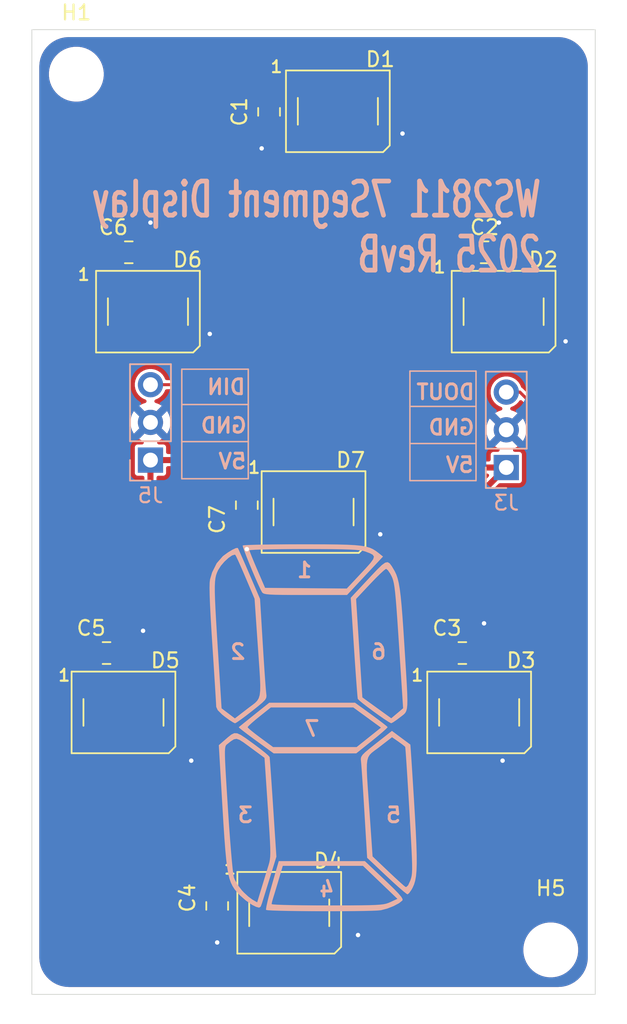
<source format=kicad_pcb>
(kicad_pcb (version 20241229) (generator "pcbnew") (generator_version "9.0")
  (layers (0 "F.Cu" signal) (2 "B.Cu" signal) (13 "F.Paste" user) (15 "B.Paste" user) (5 "F.SilkS" user "F.Silkscreen") (7 "B.SilkS" user "B.Silkscreen") (1 "F.Mask" user) (3 "B.Mask" user) (25 "Edge.Cuts" user))
  (net 0 "")
  (net 1 "GND")
  (net 2 "+5V")
  (net 3 "Net-(D1-DOUT)")
  (net 4 "Net-(D2-DOUT)")
  (net 5 "Net-(D3-DOUT)")
  (net 6 "Net-(D4-DOUT)")
  (net 7 "Net-(D5-DOUT)")
  (net 8 "Net-(D6-DOUT)")
  (net 9 "Net-(D1-DIN)")
  (net 10 "Net-(D7-DOUT)")
  (footprint "MountingHole:MountingHole_3.2mm_M3" (layer "F.Cu") (at 75 139.5)
    (property "Reference" "H5" (at 0 -4.15 0) (layer "F.SilkS"))
    (property "Value" "MountingHole")
    (pad "" np_thru_hole circle (at 0 0) (size 3.2 3.2) (drill 3.2) (layers "*.Cu" "*.Mask"))
  )
  (footprint "LED_SMD:LED_WS2812B_PLCC4_5.0x5.0mm_P3.2mm" (layer "F.Cu") (at 71.82 96.5)
    (property "Reference" "D2" (at 2.68 -3.5 0) (layer "F.SilkS"))
    (property "Value" "WS2812B")
    (fp_line (start -3.5 -2.75) (end -3.5 2.75) (stroke (width 0.12)) (layer "F.SilkS"))
    (fp_line (start -3.5 -2.75) (end 3.5 -2.75) (stroke (width 0.12)) (layer "F.SilkS"))
    (fp_line (start -3.5 2.75) (end 3.05 2.75) (stroke (width 0.12)) (layer "F.SilkS"))
    (fp_line (start -2.7 0.9) (end -2.7 -0.9) (stroke (width 0.12)) (layer "F.SilkS"))
    (fp_line (start 2.7 0.9) (end 2.7 -0.9) (stroke (width 0.12)) (layer "F.SilkS"))
    (fp_line (start 3.05 2.75) (end 3.5 2.3) (stroke (width 0.12)) (layer "F.SilkS"))
    (fp_line (start 3.5 2.3) (end 3.5 -2.75) (stroke (width 0.12)) (layer "F.SilkS"))
    (fp_text user "1" (at -4.32 -3 0) (layer "F.SilkS") (effects (font (size 0.8 0.8))))
    (pad "1" smd roundrect (at -2.45 -1.65) (size 1.5 0.9) (layers "F.Cu" "F.Mask" "F.Paste") (roundrect_rratio 0.1) (net 2 "+5V"))
    (pad "2" smd roundrect (at -2.45 1.65) (size 1.5 0.9) (layers "F.Cu" "F.Mask" "F.Paste") (roundrect_rratio 0.1) (net 4 "Net-(D2-DOUT)"))
    (pad "3" smd roundrect (at 2.45 1.65) (size 1.5 0.9) (layers "F.Cu" "F.Mask" "F.Paste") (roundrect_rratio 0.1) (net 1 "GND"))
    (pad "4" smd roundrect (at 2.45 -1.65) (size 1.5 0.9) (layers "F.Cu" "F.Mask" "F.Paste") (roundrect_rratio 0.1) (net 3 "Net-(D1-DOUT)"))
  )
  (footprint "LED_SMD:LED_WS2812B_PLCC4_5.0x5.0mm_P3.2mm" (layer "F.Cu") (at 57.36 137)
    (property "Reference" "D4" (at 2.64 -3.5 0) (layer "F.SilkS"))
    (property "Value" "WS2812B")
    (fp_line (start -3.5 -2.75) (end -3.5 2.75) (stroke (width 0.12)) (layer "F.SilkS"))
    (fp_line (start -3.5 -2.75) (end 3.5 -2.75) (stroke (width 0.12)) (layer "F.SilkS"))
    (fp_line (start -3.5 2.75) (end 3.05 2.75) (stroke (width 0.12)) (layer "F.SilkS"))
    (fp_line (start -2.7 0.9) (end -2.7 -0.9) (stroke (width 0.12)) (layer "F.SilkS"))
    (fp_line (start 2.7 0.9) (end 2.7 -0.9) (stroke (width 0.12)) (layer "F.SilkS"))
    (fp_line (start 3.05 2.75) (end 3.5 2.3) (stroke (width 0.12)) (layer "F.SilkS"))
    (fp_line (start 3.5 2.3) (end 3.5 -2.75) (stroke (width 0.12)) (layer "F.SilkS"))
    (fp_text user "1" (at -4 -3 0) (layer "F.SilkS") (effects (font (size 0.8 0.8))))
    (pad "1" smd roundrect (at -2.45 -1.65) (size 1.5 0.9) (layers "F.Cu" "F.Mask" "F.Paste") (roundrect_rratio 0.1) (net 2 "+5V"))
    (pad "2" smd roundrect (at -2.45 1.65) (size 1.5 0.9) (layers "F.Cu" "F.Mask" "F.Paste") (roundrect_rratio 0.1) (net 6 "Net-(D4-DOUT)"))
    (pad "3" smd roundrect (at 2.45 1.65) (size 1.5 0.9) (layers "F.Cu" "F.Mask" "F.Paste") (roundrect_rratio 0.1) (net 1 "GND"))
    (pad "4" smd roundrect (at 2.45 -1.65) (size 1.5 0.9) (layers "F.Cu" "F.Mask" "F.Paste") (roundrect_rratio 0.1) (net 5 "Net-(D3-DOUT)"))
  )
  (footprint "LED_SMD:LED_WS2812B_PLCC4_5.0x5.0mm_P3.2mm" (layer "F.Cu") (at 59 110)
    (property "Reference" "D7" (at 2.5 -3.5 0) (layer "F.SilkS"))
    (property "Value" "WS2812B")
    (fp_line (start -3.5 -2.75) (end -3.5 2.75) (stroke (width 0.12)) (layer "F.SilkS"))
    (fp_line (start -3.5 -2.75) (end 3.5 -2.75) (stroke (width 0.12)) (layer "F.SilkS"))
    (fp_line (start -3.5 2.75) (end 3.05 2.75) (stroke (width 0.12)) (layer "F.SilkS"))
    (fp_line (start -2.7 0.9) (end -2.7 -0.9) (stroke (width 0.12)) (layer "F.SilkS"))
    (fp_line (start 2.7 0.9) (end 2.7 -0.9) (stroke (width 0.12)) (layer "F.SilkS"))
    (fp_line (start 3.05 2.75) (end 3.5 2.3) (stroke (width 0.12)) (layer "F.SilkS"))
    (fp_line (start 3.5 2.3) (end 3.5 -2.75) (stroke (width 0.12)) (layer "F.SilkS"))
    (fp_text user "1" (at -4 -3 0) (layer "F.SilkS") (effects (font (size 0.8 0.8))))
    (pad "1" smd roundrect (at -2.45 -1.65) (size 1.5 0.9) (layers "F.Cu" "F.Mask" "F.Paste") (roundrect_rratio 0.1) (net 2 "+5V"))
    (pad "2" smd roundrect (at -2.45 1.65) (size 1.5 0.9) (layers "F.Cu" "F.Mask" "F.Paste") (roundrect_rratio 0.1) (net 10 "Net-(D7-DOUT)"))
    (pad "3" smd roundrect (at 2.45 1.65) (size 1.5 0.9) (layers "F.Cu" "F.Mask" "F.Paste") (roundrect_rratio 0.1) (net 1 "GND"))
    (pad "4" smd roundrect (at 2.45 -1.65) (size 1.5 0.9) (layers "F.Cu" "F.Mask" "F.Paste") (roundrect_rratio 0.1) (net 8 "Net-(D6-DOUT)"))
  )
  (footprint "Capacitor_SMD:C_0805_2012Metric_Pad1.18x1.45mm_HandSolder" (layer "F.Cu") (at 45.0375 119.5)
    (property "Reference" "C5" (at -1.0375 -1.68 0) (layer "F.SilkS"))
    (property "Value" "0.1uF" (hide yes))
    (fp_line (start -0.261252 -0.735) (end 0.261252 -0.735) (stroke (width 0.12)) (layer "F.SilkS"))
    (fp_line (start -0.261252 0.735) (end 0.261252 0.735) (stroke (width 0.12)) (layer "F.SilkS"))
    (pad "1" smd roundrect (at -1.0375 0) (size 1.175 1.45) (layers "F.Cu" "F.Mask" "F.Paste") (roundrect_rratio 0.212766) (net 2 "+5V"))
    (pad "2" smd roundrect (at 1.0375 0) (size 1.175 1.45) (layers "F.Cu" "F.Mask" "F.Paste") (roundrect_rratio 0.212766) (net 1 "GND"))
  )
  (footprint "LED_SMD:LED_WS2812B_PLCC4_5.0x5.0mm_P3.2mm" (layer "F.Cu") (at 47.83 96.5)
    (property "Reference" "D6" (at 2.67 -3.5 0) (layer "F.SilkS"))
    (property "Value" "WS2812B")
    (fp_line (start -3.5 -2.75) (end -3.5 2.75) (stroke (width 0.12)) (layer "F.SilkS"))
    (fp_line (start -3.5 -2.75) (end 3.5 -2.75) (stroke (width 0.12)) (layer "F.SilkS"))
    (fp_line (start -3.5 2.75) (end 3.05 2.75) (stroke (width 0.12)) (layer "F.SilkS"))
    (fp_line (start -2.7 0.9) (end -2.7 -0.9) (stroke (width 0.12)) (layer "F.SilkS"))
    (fp_line (start 2.7 0.9) (end 2.7 -0.9) (stroke (width 0.12)) (layer "F.SilkS"))
    (fp_line (start 3.05 2.75) (end 3.5 2.3) (stroke (width 0.12)) (layer "F.SilkS"))
    (fp_line (start 3.5 2.3) (end 3.5 -2.75) (stroke (width 0.12)) (layer "F.SilkS"))
    (fp_text user "1" (at -4.33 -2.5 0) (layer "F.SilkS") (effects (font (size 0.8 0.8))))
    (pad "1" smd roundrect (at -2.45 -1.65) (size 1.5 0.9) (layers "F.Cu" "F.Mask" "F.Paste") (roundrect_rratio 0.1) (net 2 "+5V"))
    (pad "2" smd roundrect (at -2.45 1.65) (size 1.5 0.9) (layers "F.Cu" "F.Mask" "F.Paste") (roundrect_rratio 0.1) (net 8 "Net-(D6-DOUT)"))
    (pad "3" smd roundrect (at 2.45 1.65) (size 1.5 0.9) (layers "F.Cu" "F.Mask" "F.Paste") (roundrect_rratio 0.1) (net 1 "GND"))
    (pad "4" smd roundrect (at 2.45 -1.65) (size 1.5 0.9) (layers "F.Cu" "F.Mask" "F.Paste") (roundrect_rratio 0.1) (net 7 "Net-(D5-DOUT)"))
  )
  (footprint "Capacitor_SMD:C_0805_2012Metric_Pad1.18x1.45mm_HandSolder" (layer "F.Cu") (at 70.5375 92.5)
    (property "Reference" "C2" (at 0 -1.68 0) (layer "F.SilkS"))
    (property "Value" "0.1uF" (hide yes))
    (fp_line (start -0.261252 -0.735) (end 0.261252 -0.735) (stroke (width 0.12)) (layer "F.SilkS"))
    (fp_line (start -0.261252 0.735) (end 0.261252 0.735) (stroke (width 0.12)) (layer "F.SilkS"))
    (pad "1" smd roundrect (at -1.0375 0) (size 1.175 1.45) (layers "F.Cu" "F.Mask" "F.Paste") (roundrect_rratio 0.212766) (net 2 "+5V"))
    (pad "2" smd roundrect (at 1.0375 0) (size 1.175 1.45) (layers "F.Cu" "F.Mask" "F.Paste") (roundrect_rratio 0.212766) (net 1 "GND"))
  )
  (footprint "Capacitor_SMD:C_0805_2012Metric_Pad1.18x1.45mm_HandSolder" (layer "F.Cu") (at 46.5375 92.5)
    (property "Reference" "C6" (at -1.0375 -1.68 0) (layer "F.SilkS"))
    (property "Value" "0.1uF" (hide yes))
    (fp_line (start -0.261252 -0.735) (end 0.261252 -0.735) (stroke (width 0.12)) (layer "F.SilkS"))
    (fp_line (start -0.261252 0.735) (end 0.261252 0.735) (stroke (width 0.12)) (layer "F.SilkS"))
    (pad "1" smd roundrect (at -1.0375 0) (size 1.175 1.45) (layers "F.Cu" "F.Mask" "F.Paste") (roundrect_rratio 0.212766) (net 2 "+5V"))
    (pad "2" smd roundrect (at 1.0375 0) (size 1.175 1.45) (layers "F.Cu" "F.Mask" "F.Paste") (roundrect_rratio 0.212766) (net 1 "GND"))
  )
  (footprint "Capacitor_SMD:C_0805_2012Metric_Pad1.18x1.45mm_HandSolder" (layer "F.Cu") (at 56 83.0375 -90)
    (property "Reference" "C1" (at 0 2 90) (layer "F.SilkS"))
    (property "Value" "0.1uF" (hide yes))
    (fp_line (start -0.261252 0.735) (end 0.261252 0.735) (stroke (width 0.12)) (layer "F.SilkS"))
    (fp_line (start -0.261252 -0.735) (end 0.261252 -0.735) (stroke (width 0.12)) (layer "F.SilkS"))
    (pad "1" smd roundrect (at -1.0375 0 270) (size 1.175 1.45) (layers "F.Cu" "F.Mask" "F.Paste") (roundrect_rratio 0.212766) (net 2 "+5V"))
    (pad "2" smd roundrect (at 1.0375 0 270) (size 1.175 1.45) (layers "F.Cu" "F.Mask" "F.Paste") (roundrect_rratio 0.212766) (net 1 "GND"))
  )
  (footprint "LED_SMD:LED_WS2812B_PLCC4_5.0x5.0mm_P3.2mm" (layer "F.Cu") (at 46.18 123.5)
    (property "Reference" "D5" (at 2.82 -3.5 0) (layer "F.SilkS"))
    (property "Value" "WS2812B")
    (fp_line (start -3.5 -2.75) (end -3.5 2.75) (stroke (width 0.12)) (layer "F.SilkS"))
    (fp_line (start -3.5 -2.75) (end 3.5 -2.75) (stroke (width 0.12)) (layer "F.SilkS"))
    (fp_line (start -3.5 2.75) (end 3.05 2.75) (stroke (width 0.12)) (layer "F.SilkS"))
    (fp_line (start -2.7 0.9) (end -2.7 -0.9) (stroke (width 0.12)) (layer "F.SilkS"))
    (fp_line (start 2.7 0.9) (end 2.7 -0.9) (stroke (width 0.12)) (layer "F.SilkS"))
    (fp_line (start 3.05 2.75) (end 3.5 2.3) (stroke (width 0.12)) (layer "F.SilkS"))
    (fp_line (start 3.5 2.3) (end 3.5 -2.75) (stroke (width 0.12)) (layer "F.SilkS"))
    (fp_text user "1" (at -4 -2.5 0) (layer "F.SilkS") (effects (font (size 0.8 0.8))))
    (pad "1" smd roundrect (at -2.45 -1.65) (size 1.5 0.9) (layers "F.Cu" "F.Mask" "F.Paste") (roundrect_rratio 0.1) (net 2 "+5V"))
    (pad "2" smd roundrect (at -2.45 1.65) (size 1.5 0.9) (layers "F.Cu" "F.Mask" "F.Paste") (roundrect_rratio 0.1) (net 7 "Net-(D5-DOUT)"))
    (pad "3" smd roundrect (at 2.45 1.65) (size 1.5 0.9) (layers "F.Cu" "F.Mask" "F.Paste") (roundrect_rratio 0.1) (net 1 "GND"))
    (pad "4" smd roundrect (at 2.45 -1.65) (size 1.5 0.9) (layers "F.Cu" "F.Mask" "F.Paste") (roundrect_rratio 0.1) (net 6 "Net-(D4-DOUT)"))
  )
  (footprint "LED_SMD:LED_WS2812B_PLCC4_5.0x5.0mm_P3.2mm" (layer "F.Cu") (at 60.64 83)
    (property "Reference" "D1" (at 2.86 -3.5 0) (layer "F.SilkS"))
    (property "Value" "WS2812B")
    (fp_line (start -3.5 -2.75) (end -3.5 2.75) (stroke (width 0.12)) (layer "F.SilkS"))
    (fp_line (start -3.5 -2.75) (end 3.5 -2.75) (stroke (width 0.12)) (layer "F.SilkS"))
    (fp_line (start -3.5 2.75) (end 3.05 2.75) (stroke (width 0.12)) (layer "F.SilkS"))
    (fp_line (start -2.7 0.9) (end -2.7 -0.9) (stroke (width 0.12)) (layer "F.SilkS"))
    (fp_line (start 2.7 0.9) (end 2.7 -0.9) (stroke (width 0.12)) (layer "F.SilkS"))
    (fp_line (start 3.05 2.75) (end 3.5 2.3) (stroke (width 0.12)) (layer "F.SilkS"))
    (fp_line (start 3.5 2.3) (end 3.5 -2.75) (stroke (width 0.12)) (layer "F.SilkS"))
    (fp_text user "1" (at -4.14 -3 0) (layer "F.SilkS") (effects (font (size 0.8 0.8))))
    (pad "1" smd roundrect (at -2.45 -1.65) (size 1.5 0.9) (layers "F.Cu" "F.Mask" "F.Paste") (roundrect_rratio 0.1) (net 2 "+5V"))
    (pad "2" smd roundrect (at -2.45 1.65) (size 1.5 0.9) (layers "F.Cu" "F.Mask" "F.Paste") (roundrect_rratio 0.1) (net 3 "Net-(D1-DOUT)"))
    (pad "3" smd roundrect (at 2.45 1.65) (size 1.5 0.9) (layers "F.Cu" "F.Mask" "F.Paste") (roundrect_rratio 0.1) (net 1 "GND"))
    (pad "4" smd roundrect (at 2.45 -1.65) (size 1.5 0.9) (layers "F.Cu" "F.Mask" "F.Paste") (roundrect_rratio 0.1) (net 9 "Net-(D1-DIN)"))
  )
  (footprint "Capacitor_SMD:C_0805_2012Metric_Pad1.18x1.45mm_HandSolder" (layer "F.Cu") (at 69.0375 119.5)
    (property "Reference" "C3" (at -1.0375 -1.68 0) (layer "F.SilkS"))
    (property "Value" "0.1uF" (hide yes))
    (fp_line (start -0.261252 -0.735) (end 0.261252 -0.735) (stroke (width 0.12)) (layer "F.SilkS"))
    (fp_line (start -0.261252 0.735) (end 0.261252 0.735) (stroke (width 0.12)) (layer "F.SilkS"))
    (pad "1" smd roundrect (at -1.0375 0) (size 1.175 1.45) (layers "F.Cu" "F.Mask" "F.Paste") (roundrect_rratio 0.212766) (net 2 "+5V"))
    (pad "2" smd roundrect (at 1.0375 0) (size 1.175 1.45) (layers "F.Cu" "F.Mask" "F.Paste") (roundrect_rratio 0.212766) (net 1 "GND"))
  )
  (footprint "LED_SMD:LED_WS2812B_PLCC4_5.0x5.0mm_P3.2mm" (layer "F.Cu") (at 70.17 123.5)
    (property "Reference" "D3" (at 2.83 -3.5 0) (layer "F.SilkS"))
    (property "Value" "WS2812B")
    (fp_line (start -3.5 -2.75) (end -3.5 2.75) (stroke (width 0.12)) (layer "F.SilkS"))
    (fp_line (start -3.5 -2.75) (end 3.5 -2.75) (stroke (width 0.12)) (layer "F.SilkS"))
    (fp_line (start -3.5 2.75) (end 3.05 2.75) (stroke (width 0.12)) (layer "F.SilkS"))
    (fp_line (start -2.7 0.9) (end -2.7 -0.9) (stroke (width 0.12)) (layer "F.SilkS"))
    (fp_line (start 2.7 0.9) (end 2.7 -0.9) (stroke (width 0.12)) (layer "F.SilkS"))
    (fp_line (start 3.05 2.75) (end 3.5 2.3) (stroke (width 0.12)) (layer "F.SilkS"))
    (fp_line (start 3.5 2.3) (end 3.5 -2.75) (stroke (width 0.12)) (layer "F.SilkS"))
    (fp_text user "1" (at -4.17 -2.5 0) (layer "F.SilkS") (effects (font (size 0.8 0.8))))
    (pad "1" smd roundrect (at -2.45 -1.65) (size 1.5 0.9) (layers "F.Cu" "F.Mask" "F.Paste") (roundrect_rratio 0.1) (net 2 "+5V"))
    (pad "2" smd roundrect (at -2.45 1.65) (size 1.5 0.9) (layers "F.Cu" "F.Mask" "F.Paste") (roundrect_rratio 0.1) (net 5 "Net-(D3-DOUT)"))
    (pad "3" smd roundrect (at 2.45 1.65) (size 1.5 0.9) (layers "F.Cu" "F.Mask" "F.Paste") (roundrect_rratio 0.1) (net 1 "GND"))
    (pad "4" smd roundrect (at 2.45 -1.65) (size 1.5 0.9) (layers "F.Cu" "F.Mask" "F.Paste") (roundrect_rratio 0.1) (net 4 "Net-(D2-DOUT)"))
  )
  (footprint "Capacitor_SMD:C_0805_2012Metric_Pad1.18x1.45mm_HandSolder" (layer "F.Cu") (at 52.5 136.5375 -90)
    (property "Reference" "C4" (at -0.5375 2 90) (layer "F.SilkS"))
    (property "Value" "0.1uF" (hide yes))
    (fp_line (start -0.261252 0.735) (end 0.261252 0.735) (stroke (width 0.12)) (layer "F.SilkS"))
    (fp_line (start -0.261252 -0.735) (end 0.261252 -0.735) (stroke (width 0.12)) (layer "F.SilkS"))
    (pad "1" smd roundrect (at -1.0375 0 270) (size 1.175 1.45) (layers "F.Cu" "F.Mask" "F.Paste") (roundrect_rratio 0.212766) (net 2 "+5V"))
    (pad "2" smd roundrect (at 1.0375 0 270) (size 1.175 1.45) (layers "F.Cu" "F.Mask" "F.Paste") (roundrect_rratio 0.212766) (net 1 "GND"))
  )
  (footprint "MountingHole:MountingHole_3.2mm_M3" (layer "F.Cu") (at 43 80.5)
    (property "Reference" "H1" (at 0 -4.15 0) (layer "F.SilkS"))
    (property "Value" "MountingHole")
    (pad "" np_thru_hole circle (at 0 0) (size 3.2 3.2) (drill 3.2) (layers "*.Cu" "*.Mask"))
  )
  (footprint "Capacitor_SMD:C_0805_2012Metric_Pad1.18x1.45mm_HandSolder" (layer "F.Cu") (at 54.5 109.5375 -90)
    (property "Reference" "C7" (at 0.9625 2 90) (layer "F.SilkS"))
    (property "Value" "0.1uF" (hide yes))
    (fp_line (start -0.261252 0.735) (end 0.261252 0.735) (stroke (width 0.12)) (layer "F.SilkS"))
    (fp_line (start -0.261252 -0.735) (end 0.261252 -0.735) (stroke (width 0.12)) (layer "F.SilkS"))
    (pad "1" smd roundrect (at -1.0375 0 270) (size 1.175 1.45) (layers "F.Cu" "F.Mask" "F.Paste") (roundrect_rratio 0.212766) (net 2 "+5V"))
    (pad "2" smd roundrect (at 1.0375 0 270) (size 1.175 1.45) (layers "F.Cu" "F.Mask" "F.Paste") (roundrect_rratio 0.212766) (net 1 "GND"))
  )
  (footprint "Connector_PinHeader_2.54mm:PinHeader_1x03_P2.54mm_Vertical" (layer "B.Cu") (at 48 106.5)
    (property "Reference" "J5" (at 0 2.38 0) (layer "B.SilkS") (effects (justify mirror)))
    (property "Value" "Conn_01x03")
    (fp_line (start -1.38 -6.46) (end 1.38 -6.46) (stroke (width 0.12)) (layer "B.SilkS"))
    (fp_line (start -1.38 -1.27) (end -1.38 -6.46) (stroke (width 0.12)) (layer "B.SilkS"))
    (fp_line (start -1.38 -1.27) (end 1.38 -1.27) (stroke (width 0.12)) (layer "B.SilkS"))
    (fp_line (start -1.38 0) (end -1.38 1.38) (stroke (width 0.12)) (layer "B.SilkS"))
    (fp_line (start -1.38 1.38) (end 0 1.38) (stroke (width 0.12)) (layer "B.SilkS"))
    (fp_line (start 1.38 -1.27) (end 1.38 -6.46) (stroke (width 0.12)) (layer "B.SilkS"))
    (pad "1" thru_hole rect (at 0 0) (size 1.7 1.7) (drill 1) (layers "*.Cu" "*.Mask") (net 2 "+5V"))
    (pad "2" thru_hole circle (at 0 -2.54) (size 1.7 1.7) (drill 1) (layers "*.Cu" "*.Mask") (net 1 "GND"))
    (pad "3" thru_hole circle (at 0 -5.08) (size 1.7 1.7) (drill 1) (layers "*.Cu" "*.Mask") (net 9 "Net-(D1-DIN)"))
  )
  (footprint "Connector_PinHeader_2.54mm:PinHeader_1x03_P2.54mm_Vertical" (layer "B.Cu") (at 72 107)
    (property "Reference" "J3" (at 0 2.38 0) (layer "B.SilkS") (effects (justify mirror)))
    (property "Value" "Conn_01x03")
    (fp_line (start -1.38 -6.46) (end 1.38 -6.46) (stroke (width 0.12)) (layer "B.SilkS"))
    (fp_line (start -1.38 -1.27) (end -1.38 -6.46) (stroke (width 0.12)) (layer "B.SilkS"))
    (fp_line (start -1.38 -1.27) (end 1.38 -1.27) (stroke (width 0.12)) (layer "B.SilkS"))
    (fp_line (start -1.38 0) (end -1.38 1.38) (stroke (width 0.12)) (layer "B.SilkS"))
    (fp_line (start -1.38 1.38) (end 0 1.38) (stroke (width 0.12)) (layer "B.SilkS"))
    (fp_line (start 1.38 -1.27) (end 1.38 -6.46) (stroke (width 0.12)) (layer "B.SilkS"))
    (pad "1" thru_hole rect (at 0 0) (size 1.7 1.7) (drill 1) (layers "*.Cu" "*.Mask") (net 2 "+5V"))
    (pad "2" thru_hole circle (at 0 -2.54) (size 1.7 1.7) (drill 1) (layers "*.Cu" "*.Mask") (net 1 "GND"))
    (pad "3" thru_hole circle (at 0 -5.08) (size 1.7 1.7) (drill 1) (layers "*.Cu" "*.Mask") (net 10 "Net-(D7-DOUT)"))
  )
  (footprint "Libraries:7segment-8" (layer "B.Cu") (at 59 124.5 180)
    (property "Reference" "G***" (hide yes))
    (property "Value" "LOGO" (hide yes))
    (fp_poly (pts (xy 0.095646 1.653787) (xy 2.988234 1.653372) (xy 4.0021 0.843757) (xy 4.395091 0.529483) (xy 4.722686 0.26665) (xy 4.951447 0.082145) (xy 5.047936 0.002856) (xy 5.048512 0.002311) (xy 4.979116 -0.067966) (xy 4.766227 -0.238951) (xy 4.440064 -0.48732) (xy 4.030843 -0.789746) (xy 3.885777 -0.895222) (xy 2.690495 -1.760924) (xy -0.095509 -1.760363) (xy -2.881514 -1.759803) (xy -3.94874 -0.90806) (xy -4.3481 -0.583399) (xy -4.676402 -0.305159) (xy -4.902783 -0.100345) (xy -4.96991 -0.025486) (xy -4.546645 -0.025486) (xy -3.726996 -0.67976) (xy -2.907348 -1.334034) (xy -0.089227 -1.334034) (xy 2.728894 -1.334034) (xy 3.586767 -0.704358) (xy 3.949384 -0.431075) (xy 4.236884 -0.20086) (xy 4.412076 -0.044277) (xy 4.44811 0.003546) (xy 4.371458 0.099736) (xy 4.162827 0.29338) (xy 3.859055 0.551314) (xy 3.666546 0.707154) (xy 2.881512 1.332534) (xy 0.100554 1.333284) (xy -2.680403 1.334034) (xy -3.613524 0.654274) (xy -4.546645 -0.025486) (xy -4.96991 -0.025486) (xy -4.996381 0.004034) (xy -4.997082 0.009288) (xy -4.908216 0.0933) (xy -4.679183 0.27538) (xy -4.343573 0.529636) (xy -3.934977 0.830174) (xy -3.887569 0.864548) (xy -2.796942 1.654202)) (fill yes) (layer "B.SilkS"))
    (fp_poly (pts (xy -0.557193 -9.018555) (xy 2.347898 -9.019043) (xy 2.811264 -10.627388) (xy 2.96532 -11.181592) (xy 3.088409 -11.662592) (xy 3.172009 -12.033809) (xy 3.2076 -12.258668) (xy 3.202722 -12.307782) (xy 3.07873 -12.328695) (xy 2.770779 -12.346915) (xy 2.30834 -12.362366) (xy 1.720883 -12.374972) (xy 1.03788 -12.384656) (xy 0.2888 -12.391341) (xy -0.496885 -12.394949) (xy -1.289706 -12.395405) (xy -2.060191 -12.392631) (xy -2.77887 -12.386551) (xy -3.416273 -12.377088) (xy -3.942928 -12.364165) (xy -4.329365 -12.347705) (xy -4.544205 -12.32797) (xy -4.966641 -12.21845) (xy -5.398894 -12.049359) (xy -5.767608 -11.854028) (xy -5.998249 -11.667254) (xy -6.006533 -11.579736) (xy -5.995297 -11.560029) (xy -5.656303 -11.560029) (xy -5.176051 -11.780822) (xy -5.039127 -11.839452) (xy -4.894236 -11.886713) (xy -4.717829 -11.923842) (xy -4.486353 -11.952079) (xy -4.17626 -11.972662) (xy -3.763996 -11.986831) (xy -3.226012 -11.995823) (xy -2.538757 -12.000878) (xy -1.678679 -12.003234) (xy -0.933824 -12.003959) (xy -0.061744 -12.002023) (xy 0.738841 -11.995472) (xy 1.443864 -11.984872) (xy 2.029261 -11.970788) (xy 2.470966 -11.953786) (xy 2.744916 -11.934433) (xy 2.82815 -11.915505) (xy 2.797902 -11.756875) (xy 2.728257 -11.515295) (xy 2.652721 -11.273062) (xy 2.537407 -10.893844) (xy 2.402861 -10.445401) (xy 2.351297 -10.272059) (xy 2.07423 -9.338235) (xy -0.629949 -9.338235) (xy -3.334129 -9.338235) (xy -4.495216 -10.449132) (xy -5.656303 -11.560029) (xy -5.995297 -11.560029) (xy -5.920674 -11.429143) (xy -5.725035 -11.197458) (xy -5.403977 -10.866661) (xy -4.941863 -10.418733) (xy -4.787377 -10.272059) (xy -3.462283 -9.018067)) (fill yes) (layer "B.SilkS"))
    (fp_poly (pts (xy 1.713523 12.324772) (xy 2.537258 12.318664) (xy 3.268046 12.309163) (xy 3.881924 12.296756) (xy 4.354932 12.281929) (xy 4.663108 12.265171) (xy 4.78249 12.246968) (xy 4.78289 12.246429) (xy 4.757431 12.129723) (xy 4.662276 11.858984) (xy 4.514445 11.475215) (xy 4.330957 11.019419) (xy 4.128831 10.5326) (xy 3.925085 10.055763) (xy 3.736738 9.629911) (xy 3.58081 9.296046) (xy 3.476157 9.098109) (xy 3.425404 9.041484) (xy 3.335633 8.99753) (xy 3.182079 8.964665) (xy 2.939973 8.941308) (xy 2.58455 8.925878) (xy 2.091042 8.916795) (xy 1.434683 8.912478) (xy 0.590705 8.911346) (xy 0.550238 8.911345) (xy -2.259479 8.911345) (xy -3.472793 10.205997) (xy -4.680446 11.494609) (xy -4.07161 11.494609) (xy -4.022575 11.321007) (xy -3.840887 11.070061) (xy -3.521571 10.712425) (xy -3.227204 10.397494) (xy -2.241177 9.346512) (xy 0.513532 9.369054) (xy 3.268242 9.391597) (xy 3.795255 10.612623) (xy 3.99643 11.085294) (xy 4.162193 11.487283) (xy 4.276182 11.777995) (xy 4.322032 11.916839) (xy 4.322268 11.919976) (xy 4.219608 11.940231) (xy 3.927876 11.958798) (xy 3.47144 11.975101) (xy 2.874672 11.988567) (xy 2.161939 11.998624) (xy 1.357612 12.004697) (xy 0.653753 12.006303) (xy -0.374971 12.004768) (xy -1.212627 11.999581) (xy -1.881575 11.989867) (xy -2.404174 11.97475) (xy -2.802783 11.953355) (xy -3.099761 11.924807) (xy -3.317469 11.888231) (xy -3.472537 11.84479) (xy -3.791617 11.727155) (xy -3.992965 11.620209) (xy -4.07161 11.494609) (xy -4.680446 11.494609) (xy -4.686107 11.50065) (xy -4.393836 11.733699) (xy -4.20054 11.879861) (xy -4.00718 11.999914) (xy -3.791315 12.096411) (xy -3.530508 12.171906) (xy -3.20232 12.228951) (xy -2.784311 12.270099) (xy -2.254043 12.297904) (xy -1.589077 12.314919) (xy -0.766974 12.323695) (xy 0.234705 12.326788) (xy 0.820801 12.326999)) (fill yes) (layer "B.SilkS"))
    (fp_poly (pts (xy -4.829549 11.089061) (xy -4.609579 10.931619) (xy -4.308188 10.641493) (xy -3.898021 10.209578) (xy -3.695036 9.992578) (xy -2.506892 8.722431) (xy -2.725669 5.375081) (xy -2.780652 4.548426) (xy -2.833014 3.788653) (xy -2.880777 3.122391) (xy -2.921961 2.576263) (xy -2.954589 2.176897) (xy -2.976681 1.950918) (xy -2.983046 1.911596) (xy -3.080755 1.807366) (xy -3.313151 1.61442) (xy -3.638841 1.362814) (xy -4.016435 1.082609) (xy -4.404541 0.80386) (xy -4.761768 0.556628) (xy -5.046724 0.37097) (xy -5.218019 0.276944) (xy -5.24205 0.271117) (xy -5.37042 0.335026) (xy -5.607108 0.496327) (xy -5.838149 0.671327) (xy -5.97935 0.778358) (xy -6.09464 0.869732) (xy -6.185386 0.96666) (xy -6.252956 1.090357) (xy -6.298717 1.262035) (xy -6.300676 1.280672) (xy -6.041012 1.280672) (xy -5.640958 0.942942) (xy -5.240903 0.605211) (xy -4.698561 0.996303) (xy -4.317577 1.271339) (xy -3.92731 1.553544) (xy -3.724628 1.700353) (xy -3.293038 2.013311) (xy -3.08129 5.328925) (xy -2.869542 8.644538) (xy -3.823177 9.658403) (xy -4.188272 10.037296) (xy -4.507911 10.351794) (xy -4.750983 10.572509) (xy -4.886379 10.670051) (xy -4.89639 10.672269) (xy -5.0087 10.584445) (xy -5.163198 10.360272) (xy -5.254323 10.192017) (xy -5.315785 10.054902) (xy -5.368989 9.89652) (xy -5.416317 9.695054) (xy -5.46015 9.428683) (xy -5.50287 9.075588) (xy -5.546858 8.61395) (xy -5.594496 8.021951) (xy -5.648165 7.27777) (xy -5.710246 6.359589) (xy -5.766845 5.496219) (xy -6.041012 1.280672) (xy -6.300676 1.280672) (xy -6.324038 1.502909) (xy -6.330287 1.834191) (xy -6.318831 2.277095) (xy -6.291039 2.852834) (xy -6.248278 3.582622) (xy -6.191916 4.487671) (xy -6.138945 5.336135) (xy -6.06651 6.4724) (xy -6.000803 7.41718) (xy -5.938931 8.192216) (xy -5.878005 8.819251) (xy -5.815131 9.320026) (xy -5.747419 9.716284) (xy -5.671977 10.029768) (xy -5.585914 10.28222) (xy -5.486337 10.495382) (xy -5.442344 10.574054) (xy -5.274497 10.856315) (xy -5.134653 11.042305) (xy -4.995456 11.122922)) (fill yes) (layer "B.SilkS"))
    (fp_poly (pts (xy -4.219583 -1.082838) (xy -3.779753 -1.430793) (xy -3.482674 -1.679156) (xy -3.302261 -1.858924) (xy -3.21243 -2.001095) (xy -3.187096 -2.136664) (xy -3.199903 -2.294538) (xy -3.218658 -2.496174) (xy -3.247671 -2.879803) (xy -3.284846 -3.414334) (xy -3.328089 -4.068671) (xy -3.375303 -4.811721) (xy -3.424394 -5.612391) (xy -3.431611 -5.732556) (xy -3.615164 -8.797044) (xy -4.920935 -10.028144) (xy -5.360122 -10.436174) (xy -5.750036 -10.787064) (xy -6.06271 -11.056542) (xy -6.270179 -11.220341) (xy -6.339545 -11.259244) (xy -6.450534 -11.172261) (xy -6.60475 -10.951343) (xy -6.685681 -10.805672) (xy -6.780534 -10.591063) (xy -6.85513 -10.342324) (xy -6.909791 -10.039144) (xy -6.944838 -9.661212) (xy -6.947973 -9.567096) (xy -6.648714 -9.567096) (xy -6.638783 -9.811994) (xy -6.61789 -9.997154) (xy -6.586301 -10.14448) (xy -6.544282 -10.275876) (xy -6.520599 -10.339423) (xy -6.376873 -10.649711) (xy -6.253326 -10.764244) (xy -6.194922 -10.75261) (xy -6.069628 -10.652172) (xy -5.823612 -10.434023) (xy -5.490105 -10.128299) (xy -5.102335 -9.765135) (xy -5.019884 -9.687017) (xy -3.982042 -8.701765) (xy -3.780858 -5.791639) (xy -3.710874 -4.802985) (xy -3.65413 -4.003848) (xy -3.614104 -3.370522) (xy -3.594271 -2.879301) (xy -3.598108 -2.506478) (xy -3.629092 -2.22835) (xy -3.6907 -2.02121) (xy -3.786408 -1.861351) (xy -3.919694 -1.72507) (xy -4.094032 -1.58866) (xy -4.312902 -1.428415) (xy -4.434247 -1.336495) (xy -5.293284 -0.671952) (xy -5.719593 -0.967385) (xy -5.975556 -1.1519) (xy -6.146313 -1.28837) (xy -6.181581 -1.325106) (xy -6.1954 -1.441874) (xy -6.219734 -1.748658) (xy -6.253069 -2.222369) (xy -6.29389 -2.839916) (xy -6.340682 -3.57821) (xy -6.391929 -4.414161) (xy -6.446117 -5.324679) (xy -6.46317 -5.616645) (xy -6.524607 -6.679934) (xy -6.573484 -7.552066) (xy -6.610067 -8.254946) (xy -6.634622 -8.810475) (xy -6.647416 -9.240557) (xy -6.648714 -9.567096) (xy -6.947973 -9.567096) (xy -6.960595 -9.188216) (xy -6.957383 -8.599844) (xy -6.935526 -7.875785) (xy -6.895346 -6.995728) (xy -6.837164 -5.93936) (xy -6.778425 -4.962605) (xy -6.72402 -4.087597) (xy -6.673144 -3.283419) (xy -6.627382 -2.574066) (xy -6.58832 -1.983533) (xy -6.557544 -1.535814) (xy -6.536638 -1.254906) (xy -6.527456 -1.164402) (xy -6.440057 -1.100998) (xy -6.226035 -0.94288) (xy -5.929879 -0.722929) (xy -5.898751 -0.699761) (xy -5.287417 -0.244668)) (fill yes) (layer "B.SilkS"))
    (fp_poly (pts (xy 5.544064 -0.490498) (xy 5.778362 -0.676046) (xy 5.969842 -0.842586) (xy 6.390105 -1.207593) (xy 6.149931 -5.299595) (xy 6.079265 -6.469625) (xy 6.014611 -7.447621) (xy 5.952808 -8.254799) (xy 5.890698 -8.912372) (xy 5.825123 -9.441557) (xy 5.752924 -9.863567) (xy 5.670942 -10.199617) (xy 5.576017 -10.470923) (xy 5.464992 -10.698699) (xy 5.334708 -10.90416) (xy 5.310326 -10.938522) (xy 4.988683 -11.305403) (xy 4.575933 -11.667972) (xy 4.149688 -11.963424) (xy 3.873946 -12.100885) (xy 3.673725 -12.15543) (xy 3.564946 -12.085176) (xy 3.481846 -11.867756) (xy 3.410907 -11.639595) (xy 3.292238 -11.257287) (xy 3.141273 -10.770575) (xy 2.973442 -10.229197) (xy 2.940637 -10.123341) (xy 2.505948 -8.720631) (xy 2.523092 -8.459177) (xy 2.916283 -8.459177) (xy 2.925 -8.721533) (xy 2.947191 -8.927958) (xy 2.982602 -9.104617) (xy 3.03098 -9.277674) (xy 3.045575 -9.325064) (xy 3.166372 -9.715662) (xy 3.320536 -10.217127) (xy 3.479383 -10.736102) (xy 3.517463 -10.860913) (xy 3.802718 -11.796617) (xy 4.127689 -11.607972) (xy 4.389008 -11.416113) (xy 4.693082 -11.137241) (xy 4.847305 -10.973919) (xy 5.10187 -10.637769) (xy 5.307312 -10.281607) (xy 5.37383 -10.120138) (xy 5.409796 -9.924503) (xy 5.455888 -9.541541) (xy 5.509874 -8.99701) (xy 5.56952 -8.316669) (xy 5.632592 -7.526278) (xy 5.696858 -6.651596) (xy 5.760084 -5.718383) (xy 5.773359 -5.51207) (xy 5.840353 -4.455094) (xy 5.893704 -3.590816) (xy 5.933763 -2.898943) (xy 5.960881 -2.359188) (xy 5.975409 -1.951259) (xy 5.977699 -1.654867) (xy 5.9681 -1.449723) (xy 5.946964 -1.315536) (xy 5.914642 -1.232017) (xy 5.871485 -1.178875) (xy 5.848654 -1.159491) (xy 5.575576 -0.943011) (xy 5.374623 -0.814605) (xy 5.197808 -0.780556) (xy 4.997143 -0.847149) (xy 4.724642 -1.020667) (xy 4.332317 -1.307395) (xy 4.248667 -1.369015) (xy 3.308402 -2.06044) (xy 3.083672 -5.392679) (xy 3.021219 -6.327156) (xy 2.973507 -7.07488) (xy 2.940283 -7.662016) (xy 2.921292 -8.114726) (xy 2.916283 -8.459177) (xy 2.523092 -8.459177) (xy 2.721877 -5.427542) (xy 2.7762 -4.60715) (xy 2.827135 -3.853203) (xy 2.87278 -3.192677) (xy 2.911234 -2.652547) (xy 2.940594 -2.259786) (xy 2.958958 -2.04137) (xy 2.96302 -2.007668) (xy 3.054847 -1.900377) (xy 3.287626 -1.698264) (xy 3.627524 -1.429016) (xy 4.04071 -1.120325) (xy 4.098156 -1.07866) (xy 4.567185 -0.740839) (xy 4.903313 -0.518532) (xy 5.149517 -0.406321) (xy 5.348775 -0.398783)) (fill yes) (layer "B.SilkS"))
    (fp_poly (pts (xy 5.234879 12.071986) (xy 5.473755 11.961687) (xy 5.771094 11.781845) (xy 6.071771 11.563064) (xy 6.12844 11.516501) (xy 6.532624 11.051497) (xy 6.841942 10.434781) (xy 6.981655 9.964323) (xy 7.006893 9.753044) (xy 7.015849 9.405944) (xy 7.008046 8.909551) (xy 6.983007 8.250397) (xy 6.940255 7.415011) (xy 6.879315 6.389922) (xy 6.825596 5.552531) (xy 6.766525 4.647347) (xy 6.712103 3.802926) (xy 6.663902 3.044501) (xy 6.623499 2.397302) (xy 6.592468 1.886563) (xy 6.572383 1.537513) (xy 6.56482 1.375387) (xy 6.564802 1.373537) (xy 6.465474 1.152391) (xy 6.173775 0.859845) (xy 5.981049 0.70652) (xy 5.673629 0.485056) (xy 5.427456 0.327089) (xy 5.29581 0.266807) (xy 5.295791 0.266807) (xy 5.176804 0.329569) (xy 4.927677 0.500666) (xy 4.584317 0.754315) (xy 4.182633 1.064734) (xy 4.163388 1.07992) (xy 3.733815 1.421644) (xy 3.446102 1.66398) (xy 3.2741 1.839191) (xy 3.19166 1.97954) (xy 3.172631 2.117289) (xy 3.19026 2.28055) (xy 3.211407 2.487238) (xy 3.239202 2.832315) (xy 3.594911 2.832315) (xy 3.600641 2.453424) (xy 3.634117 2.169254) (xy 3.698848 1.95611) (xy 3.798339 1.790295) (xy 3.936099 1.648115) (xy 4.115635 1.505872) (xy 4.340455 1.33987) (xy 4.446831 1.259212) (xy 5.305595 0.597415) (xy 5.754104 0.935513) (xy 6.202612 1.273612) (xy 6.438968 5.012436) (xy 6.511603 6.171472) (xy 6.569917 7.138085) (xy 6.613875 7.932821) (xy 6.643447 8.576224) (xy 6.658598 9.088838) (xy 6.659296 9.491208) (xy 6.645509 9.803878) (xy 6.617202 10.047393) (xy 6.574344 10.242298) (xy 6.516901 10.409136) (xy 6.444842 10.568452) (xy 6.430041 10.598469) (xy 6.248421 10.882076) (xy 6.002181 11.165434) (xy 5.735376 11.410041) (xy 5.492063 11.577393) (xy 5.316297 11.628988) (xy 5.274532 11.608332) (xy 5.207426 11.485269) (xy 5.074806 11.202508) (xy 4.893506 10.797268) (xy 4.680363 10.306773) (xy 4.588363 10.091281) (xy 3.978947 8.656512) (xy 3.779309 5.769012) (xy 3.709127 4.774276) (xy 3.652661 3.969045) (xy 3.61342 3.329623) (xy 3.594911 2.832315) (xy 3.239202 2.832315) (xy 3.242658 2.875223) (xy 3.281782 3.412714) (xy 3.326548 4.067919) (xy 3.374723 4.809046) (xy 3.424077 5.604304) (xy 3.427224 5.656303) (xy 3.607772 8.644538) (xy 4.335369 10.340026) (xy 4.57566 10.896548) (xy 4.78796 11.381782) (xy 4.957687 11.762918) (xy 5.070261 12.007148) (xy 5.10959 12.08214)) (fill yes) (layer "B.SilkS"))
  )
  (gr_line (start 50.113249 100.376182) (end 50.113249 107.756182) (stroke (width 0.1)) (layer "B.SilkS"))
  (gr_line (start 65.5 100.504227) (end 65.5 107.884227) (stroke (width 0.1)) (layer "B.SilkS"))
  (gr_line (start 54.597084 107.756182) (end 50.113249 107.756182) (stroke (width 0.1)) (layer "B.SilkS"))
  (gr_line (start 54.597084 100.376182) (end 50.113249 100.376182) (stroke (width 0.1)) (layer "B.SilkS"))
  (gr_line (start 69.958543 100.504227) (end 69.958543 107.884227) (stroke (width 0.1)) (layer "B.SilkS"))
  (gr_line (start 69.958543 105.384227) (end 65.5 105.384227) (stroke (width 0.1)) (layer "B.SilkS"))
  (gr_line (start 69.958543 102.884227) (end 65.5 102.884227) (stroke (width 0.1)) (layer "B.SilkS"))
  (gr_line (start 54.597084 102.756182) (end 50.113249 102.756182) (stroke (width 0.1)) (layer "B.SilkS"))
  (gr_line (start 69.958543 100.504227) (end 65.5 100.504227) (stroke (width 0.1)) (layer "B.SilkS"))
  (gr_line (start 54.597084 100.376182) (end 54.597084 107.756182) (stroke (width 0.1)) (layer "B.SilkS"))
  (gr_line (start 69.958543 107.884227) (end 65.5 107.884227) (stroke (width 0.1)) (layer "B.SilkS"))
  (gr_line (start 54.597084 105.256182) (end 50.113249 105.256182) (stroke (width 0.1)) (layer "B.SilkS"))
  (gr_rect (start 40 77.5) (end 78 142.5) (stroke (width 0.05)) (fill no) (layer "Edge.Cuts"))
  (gr_text "5V" (at 54.557839 107.167351 0) (layer "B.SilkS") (effects (font (size 1 1) (thickness 0.2) (bold yes)) (justify left bottom mirror)))
  (gr_text "WS2811 7Segment Display\n2025 RevB\n" (at 74.5 94 0) (layer "B.SilkS") (effects (font (size 2.3 1.5) (thickness 0.32) (bold yes)) (justify left bottom mirror)))
  (gr_text "DIN" (at 54.5 102.159128 0) (layer "B.SilkS") (effects (font (size 1 1) (thickness 0.2) (bold yes)) (justify left bottom mirror)))
  (gr_text "5V" (at 69.894505 107.409082 0) (layer "B.SilkS") (effects (font (size 1 1) (thickness 0.2) (bold yes)) (justify left bottom mirror)))
  (gr_text "2" (at 54.5 120 0) (layer "B.SilkS") (effects (font (size 1 1) (thickness 0.2) (bold yes)) (justify left bottom mirror)))
  (gr_text "1" (at 59 114.5 0) (layer "B.SilkS") (effects (font (size 1 1) (thickness 0.2) (bold yes)) (justify left bottom mirror)))
  (gr_text "GND" (at 69.958543 104.884227 0) (layer "B.SilkS") (effects (font (size 1 1) (thickness 0.2) (bold yes)) (justify left bottom mirror)))
  (gr_text "4" (at 60.5 136 0) (layer "B.SilkS") (effects (font (size 1 1) (thickness 0.2) (bold yes)) (justify left bottom mirror)))
  (gr_text "DOUT" (at 69.958543 102.5 0) (layer "B.SilkS") (effects (font (size 1 1) (thickness 0.2) (bold yes)) (justify left bottom mirror)))
  (gr_text "6" (at 64 120 0) (layer "B.SilkS") (effects (font (size 1 1) (thickness 0.2) (bold yes)) (justify left bottom mirror)))
  (gr_text "GND" (at 54.597084 104.756182 0) (layer "B.SilkS") (effects (font (size 1 1) (thickness 0.2) (bold yes)) (justify left bottom mirror)))
  (gr_text "7" (at 59.5 125.17976 0) (layer "B.SilkS") (effects (font (size 1 1) (thickness 0.2) (bold yes)) (justify left bottom mirror)))
  (gr_text "5" (at 65 131 0) (layer "B.SilkS") (effects (font (size 1 1) (thickness 0.2) (bold yes)) (justify left bottom mirror)))
  (gr_text "3" (at 55 131 0) (layer "B.SilkS") (effects (font (size 1 1) (thickness 0.2) (bold yes)) (justify left bottom mirror)))
  (segment (start 71.5 90.5) (end 71.5 92.425) (width 0.4064) (layer "F.Cu") (net 1))
  (segment (start 63.5 111.5) (end 61.6 111.5) (width 0.4064) (layer "F.Cu") (net 1))
  (segment (start 75.65 98.15) (end 74.27 98.15) (width 0.4064) (layer "F.Cu") (net 1))
  (segment (start 50.75 126.75) (end 49.15 125.15) (width 0.4064) (layer "F.Cu") (net 1))
  (segment (start 63.09 84.65) (end 64.85 84.65) (width 0.4064) (layer "F.Cu") (net 1))
  (segment (start 76 98.5) (end 75.65 98.15) (width 0.4064) (layer "F.Cu") (net 1))
  (segment (start 52.5 139) (end 52.5 137.575) (width 0.4064) (layer "F.Cu") (net 1))
  (segment (start 61.85 138.65) (end 62 138.5) (width 0.4064) (layer "F.Cu") (net 1))
  (segment (start 47.575 90.925) (end 48 90.5) (width 0.4064) (layer "F.Cu") (net 1))
  (segment (start 50.43 98) (end 50.28 98.15) (width 0.4064) (layer "F.Cu") (net 1))
  (segment (start 70.075 119.5) (end 70.075 117.925) (width 0.4064) (layer "F.Cu") (net 1))
  (segment (start 64.85 84.65) (end 65 84.5) (width 0.4064) (layer "F.Cu") (net 1))
  (segment (start 71.5 92.425) (end 71.575 92.5) (width 0.4064) (layer "F.Cu") (net 1))
  (segment (start 55.575 85.425) (end 55.575 84.5) (width 0.4064) (layer "F.Cu") (net 1))
  (segment (start 72.62 125.88) (end 72.62 125.15) (width 0.4064) (layer "F.Cu") (net 1))
  (segment (start 46.075 119.5) (end 46.075 118.925) (width 0.4064) (layer "F.Cu") (net 1))
  (segment (start 55.5 85.5) (end 55.575 85.425) (width 0.4064) (layer "F.Cu") (net 1))
  (segment (start 70.075 117.925) (end 70.5 117.5) (width 0.4064) (layer "F.Cu") (net 1))
  (segment (start 55.575 84.5) (end 56 84.075) (width 0.4064) (layer "F.Cu") (net 1))
  (segment (start 61.6 111.5) (end 61.45 111.65) (width 0.4064) (layer "F.Cu") (net 1))
  (segment (start 47 118) (end 47.5 118) (width 0.4064) (layer "F.Cu") (net 1))
  (segment (start 54.5 112) (end 54.5 111.075) (width 0.4064) (layer "F.Cu") (net 1))
  (segment (start 52 98) (end 50.43 98) (width 0.4064) (layer "F.Cu") (net 1))
  (segment (start 47.575 92.5) (end 47.575 90.925) (width 0.4064) (layer "F.Cu") (net 1))
  (segment (start 49.15 125.15) (end 48.63 125.15) (width 0.4064) (layer "F.Cu") (net 1))
  (segment (start 54.5 112) (end 54.5 112.5) (width 0.4064) (layer "F.Cu") (net 1))
  (segment (start 59.81 138.65) (end 61.85 138.65) (width 0.4064) (layer "F.Cu") (net 1))
  (segment (start 71.75 126.75) (end 72.62 125.88) (width 0.4064) (layer "F.Cu") (net 1))
  (segment (start 46.075 118.925) (end 47 118) (width 0.4064) (layer "F.Cu") (net 1))
  (via (at 62 138.5) (size 0.6) (drill 0.3) (layers "F.Cu" "B.Cu") (net 1))
  (via (at 76 98.5) (size 0.6) (drill 0.3) (layers "F.Cu" "B.Cu") (net 1))
  (via (at 47.5 118) (size 0.6) (drill 0.3) (layers "F.Cu" "B.Cu") (net 1))
  (via (at 52.5 139) (size 0.6) (drill 0.3) (layers "F.Cu" "B.Cu") (net 1))
  (via (at 48 90.5) (size 0.6) (drill 0.3) (layers "F.Cu" "B.Cu") (net 1))
  (via (at 71.75 126.75) (size 0.6) (drill 0.3) (layers "F.Cu" "B.Cu") (net 1))
  (via (at 55.5 85.5) (size 0.6) (drill 0.3) (layers "F.Cu" "B.Cu") (net 1))
  (via (at 52 98) (size 0.6) (drill 0.3) (layers "F.Cu" "B.Cu") (net 1))
  (via (at 50.75 126.75) (size 0.6) (drill 0.3) (layers "F.Cu" "B.Cu") (net 1))
  (via (at 65 84.5) (size 0.6) (drill 0.3) (layers "F.Cu" "B.Cu") (net 1))
  (via (at 63.5 111.5) (size 0.6) (drill 0.3) (layers "F.Cu" "B.Cu") (net 1))
  (via (at 54.5 112.5) (size 0.6) (drill 0.3) (layers "F.Cu" "B.Cu") (net 1))
  (via (at 71.5 90.5) (size 0.6) (drill 0.3) (layers "F.Cu" "B.Cu") (net 1))
  (via (at 70.5 117.5) (size 0.6) (drill 0.3) (layers "F.Cu" "B.Cu") (net 1))
  (segment (start 47.5 123.5) (end 47.5 118) (width 0.4064) (layer "B.Cu") (net 1))
  (segment (start 69.5 117.5) (end 70.5 117.5) (width 0.4064) (layer "B.Cu") (net 1))
  (segment (start 50.75 126.75) (end 51.5 127.5) (width 0.4064) (layer "B.Cu") (net 1))
  (segment (start 53 85.5) (end 55.5 85.5) (width 0.4064) (layer "B.Cu") (net 1))
  (segment (start 54.5 112.5) (end 49 118) (width 0.4064) (layer "B.Cu") (net 1))
  (segment (start 71 127.5) (end 71.75 126.75) (width 0.4064) (layer "B.Cu") (net 1))
  (segment (start 70.5 125.5) (end 70.5 117.5) (width 0.4064) (layer "B.Cu") (net 1))
  (segment (start 66.5 108.5) (end 66.5 98) (width 0.4064) (layer "B.Cu") (net 1))
  (segment (start 75.5 98) (end 76 98.5) (width 0.4064) (layer "B.Cu") (net 1))
  (segment (start 71 90.5) (end 71.5 90.5) (width 0.4064) (layer "B.Cu") (net 1))
  (segment (start 55.5 85.5) (end 56.5 84.5) (width 0.4064) (layer "B.Cu") (net 1))
  (segment (start 52 98) (end 48.5 98) (width 0.4064) (layer "B.Cu") (net 1))
  (segment (start 48 97.5) (end 48 90.5) (width 0.4064) (layer "B.Cu") (net 1))
  (segment (start 72.5 128) (end 62 138.5) (width 0.4064) (layer "B.Cu") (net 1))
  (segment (start 52 98) (end 66.5 98) (width 0.4064) (layer "B.Cu") (net 1))
  (segment (start 71.75 126.75) (end 70.5 125.5) (width 0.4064) (layer "B.Cu") (net 1))
  (segment (start 65 84.5) (end 71 90.5) (width 0.4064) (layer "B.Cu") (net 1))
  (segment (start 71.75 126.75) (end 72.5 127.5) (width 0.4064) (layer "B.Cu") (net 1))
  (segment (start 50.75 126.75) (end 50.75 128.25) (width 0.4064) (layer "B.Cu") (net 1))
  (segment (start 50.5 128.5) (end 50.5 137) (width 0.4064) (layer "B.Cu") (net 1))
  (segment (start 66.5 98) (end 75.5 98) (width 0.4064) (layer "B.Cu") (net 1))
  (segment (start 50.5 137) (end 52.5 139) (width 0.4064) (layer "B.Cu") (net 1))
  (segment (start 50.75 126.75) (end 47.5 123.5) (width 0.4064) (layer "B.Cu") (net 1))
  (segment (start 51.5 127.5) (end 71 127.5) (width 0.4064) (layer "B.Cu") (net 1))
  (segment (start 72.5 127.5) (end 72.5 128) (width 0.4064) (layer "B.Cu") (net 1))
  (segment (start 49 118) (end 47.5 118) (width 0.4064) (layer "B.Cu") (net 1))
  (segment (start 56.5 84.5) (end 65 84.5) (width 0.4064) (layer "B.Cu") (net 1))
  (segment (start 72 104.46) (end 76 100.46) (width 0.4064) (layer "B.Cu") (net 1))
  (segment (start 48.5 98) (end 48 97.5) (width 0.4064) (layer "B.Cu") (net 1))
  (segment (start 63.5 111.5) (end 66.5 108.5) (width 0.4064) (layer "B.Cu") (net 1))
  (segment (start 48 90.5) (end 53 85.5) (width 0.4064) (layer "B.Cu") (net 1))
  (segment (start 50.75 128.25) (end 50.5 128.5) (width 0.4064) (layer "B.Cu") (net 1))
  (segment (start 63.5 111.5) (end 69.5 117.5) (width 0.4064) (layer "B.Cu") (net 1))
  (segment (start 76 100.46) (end 76 98.5) (width 0.4064) (layer "B.Cu") (net 1))
  (segment (start 72 107) (end 70 107) (width 0.4064) (layer "F.Cu") (net 2))
  (segment (start 67.5 93.5) (end 68.5 92.5) (width 0.4064) (layer "F.Cu") (net 2))
  (segment (start 45.38 92.62) (end 45.5 92.5) (width 0.4064) (layer "F.Cu") (net 2))
  (segment (start 44.5 92.5) (end 45.5 92.5) (width 0.4064) (layer "F.Cu") (net 2))
  (segment (start 57.830592 126.169408) (end 57.830592 138.169408) (width 0.4064) (layer "F.Cu") (net 2))
  (segment (start 54.5 82) (end 56 82) (width 0.4064) (layer "F.Cu") (net 2))
  (segment (start 48 108.5) (end 57 117.5) (width 0.4064) (layer "F.Cu") (net 2))
  (segment (start 68.5 92.5) (end 69.5 92.5) (width 0.4064) (layer "F.Cu") (net 2))
  (segment (start 52.322756 135.5) (end 52.5 135.5) (width 0.4064) (layer "F.Cu") (net 2))
  (segment (start 60 110.5) (end 68.5 110.5) (width 0.4064) (layer "F.Cu") (net 2))
  (segment (start 56 140) (end 52 140) (width 0.4064) (layer "F.Cu") (net 2))
  (segment (start 68.5 110.5) (end 72 107) (width 0.4064) (layer "F.Cu") (net 2))
  (segment (start 64.5 119.5) (end 57.830592 126.169408) (width 0.4064) (layer "F.Cu") (net 2))
  (segment (start 44 119.5) (end 44 118.5) (width 0.4064) (layer "F.Cu") (net 2))
  (segment (start 50.5 137.216238) (end 52.216238 135.5) (width 0.4064) (layer "F.Cu") (net 2))
  (segment (start 68 119) (end 68 119.5) (width 0.4064) (layer "F.Cu") (net 2))
  (segment (start 67.5 104.5) (end 67.5 93.5) (width 0.4064) (layer "F.Cu") (net 2))
  (segment (start 44 119.5) (end 44 121.58) (width 0.4064) (layer "F.Cu") (net 2))
  (segment (start 44 118.5) (end 43.5 118) (width 0.4064) (layer "F.Cu") (net 2))
  (segment (start 52.216238 135.5) (end 52.5 135.5) (width 0.4064) (layer "F.Cu") (net 2))
  (segment (start 50.5 138.5) (end 50.5 137.216238) (width 0.4064) (layer "F.Cu") (net 2))
  (segment (start 57.830592 138.169408) (end 56 140) (width 0.4064) (layer "F.Cu") (net 2))
  (segment (start 44 119.5) (end 43 119.5) (width 0.4064) (layer "F.Cu") (net 2))
  (segment (start 56.65 81.35) (end 58.19 81.35) (width 0.4064) (layer "F.Cu") (net 2))
  (segment (start 70 107) (end 67.5 104.5) (width 0.4064) (layer "F.Cu") (net 2))
  (segment (start 45.5 92.5) (end 45.5 91) (width 0.4064) (layer "F.Cu") (net 2))
  (segment (start 43.5 118) (end 43.5 93.5) (width 0.4064) (layer "F.Cu") (net 2))
  (segment (start 44 121.58) (end 43.73 121.85) (width 0.4064) (layer "F.Cu") (net 2))
  (segment (start 68 119.5) (end 68 121.57) (width 0.4064) (layer "F.Cu") (net 2))
  (segment (start 57.85 108.35) (end 60 110.5) (width 0.4064) (layer "F.Cu") (net 2))
  (segment (start 66.5 117.5) (end 68 119) (width 0.4064) (layer "F.Cu") (net 2))
  (segment (start 56 82) (end 56.65 81.35) (width 0.4064) (layer "F.Cu") (net 2))
  (segment (start 56.55 108.35) (end 57.85 108.35) (width 0.4064) (layer "F.Cu") (net 2))
  (segment (start 43 119.5) (end 42 120.5) (width 0.4064) (layer "F.Cu") (net 2))
  (segment (start 42 126) (end 50.379729 134.379729) (width 0.4064) (layer "F.Cu") (net 2))
  (segment (start 45.38 94.85) (end 45.38 92.62) (width 0.4064) (layer "F.Cu") (net 2))
  (segment (start 52.5 135.5) (end 54.76 135.5) (width 0.4064) (layer "F.Cu") (net 2))
  (segment (start 56.4 108.5) (end 56.55 108.35) (width 0.4064) (layer "F.Cu") (net 2))
  (segment (start 48 106.5) (end 48 108.5) (width 0.4064) (layer "F.Cu") (net 2))
  (segment (start 68 121.57) (end 67.72 121.85) (width 0.4064) (layer "F.Cu") (net 2))
  (segment (start 52 106.5) (end 54 108.5) (width 0.4064) (layer "F.Cu") (net 2))
  (segment (start 43.5 93.5) (end 44.5 92.5) (width 0.4064) (layer "F.Cu") (net 2))
  (segment (start 42 120.5) (end 42 126) (width 0.4064) (layer "F.Cu") (net 2))
  (segment (start 69.5 92.5) (end 69.5 94.72) (width 0.4064) (layer "F.Cu") (net 2))
  (segment (start 50.379729 134.379729) (end 51.202485 134.379729) (width 0.4064) (layer "F.Cu") (net 2))
  (segment (start 68 119.5) (end 64.5 119.5) (width 0.4064) (layer "F.Cu") (net 2))
  (segment (start 45.5 91) (end 54.5 82) (width 0.4064) (layer "F.Cu") (net 2))
  (segment (start 48 106.5) (end 52 106.5) (width 0.4064) (layer "F.Cu") (net 2))
  (segment (start 51.202485 134.379729) (end 52.322756 135.5) (width 0.4064) (layer "F.Cu") (net 2))
  (segment (start 54 108.5) (end 56.4 108.5) (width 0.4064) (layer "F.Cu") (net 2))
  (segment (start 54.76 135.5) (end 54.91 135.35) (width 0.4064) (layer "F.Cu") (net 2))
  (segment (start 69.15 94.85) (end 69.37 94.85) (width 0.4064) (layer "F.Cu") (net 2))
  (segment (start 52 140) (end 50.5 138.5) (width 0.4064) (layer "F.Cu") (net 2))
  (segment (start 69.5 94.72) (end 69.37 94.85) (width 0.4064) (layer "F.Cu") (net 2))
  (segment (start 57 117.5) (end 66.5 117.5) (width 0.4064) (layer "F.Cu") (net 2))
  (segment (start 61.92 80) (end 65 80) (width 0.2032) (layer "F.Cu") (net 3))
  (segment (start 58.19 84.65) (end 58.19 83.73) (width 0.2032) (layer "F.Cu") (net 3))
  (segment (start 74.27 89.27) (end 74.27 94.85) (width 0.2032) (layer "F.Cu") (net 3))
  (segment (start 58.19 83.73) (end 61.92 80) (width 0.2032) (layer "F.Cu") (net 3))
  (segment (start 65 80) (end 74.27 89.27) (width 0.2032) (layer "F.Cu") (net 3))
  (segment (start 75.5 102.5) (end 75.5 118.97) (width 0.2032) (layer "F.Cu") (net 4))
  (segment (start 71.15 98.15) (end 75.5 102.5) (width 0.2032) (layer "F.Cu") (net 4))
  (segment (start 69.37 98.15) (end 71.15 98.15) (width 0.2032) (layer "F.Cu") (net 4))
  (segment (start 75.5 118.97) (end 72.62 121.85) (width 0.2032) (layer "F.Cu") (net 4))
  (segment (start 59.81 135.35) (end 59.81 134.19) (width 0.2032) (layer "F.Cu") (net 5))
  (segment (start 59.81 134.19) (end 67.72 126.28) (width 0.2032) (layer "F.Cu") (net 5))
  (segment (start 67.72 126.28) (end 67.72 125.15) (width 0.2032) (layer "F.Cu") (net 5))
  (segment (start 54.91 137.59) (end 56.5 136) (width 0.2032) (layer "F.Cu") (net 6))
  (segment (start 56.5 136) (end 56.5 129.5) (width 0.2032) (layer "F.Cu") (net 6))
  (segment (start 54.91 138.65) (end 54.91 137.59) (width 0.2032) (layer "F.Cu") (net 6))
  (segment (start 56.5 129.5) (end 48.85 121.85) (width 0.2032) (layer "F.Cu") (net 6))
  (segment (start 48.85 121.85) (end 48.63 121.85) (width 0.2032) (layer "F.Cu") (net 6))
  (segment (start 48 97) (end 50.15 94.85) (width 0.2032) (layer "F.Cu") (net 7))
  (segment (start 49 119) (end 49 117) (width 0.2032) (layer "F.Cu") (net 7))
  (segment (start 43.73 125.15) (end 43.73 124.27) (width 0.2032) (layer "F.Cu") (net 7))
  (segment (start 43.73 124.27) (end 49 119) (width 0.2032) (layer "F.Cu") (net 7))
  (segment (start 49 117) (end 45 113) (width 0.2032) (layer "F.Cu") (net 7))
  (segment (start 48 98.5) (end 48 97) (width 0.2032) (layer "F.Cu") (net 7))
  (segment (start 45 113) (end 45 101.5) (width 0.2032) (layer "F.Cu") (net 7))
  (segment (start 45 101.5) (end 48 98.5) (width 0.2032) (layer "F.Cu") (net 7))
  (segment (start 50.15 94.85) (end 50.28 94.85) (width 0.2032) (layer "F.Cu") (net 7))
  (segment (start 61.45 101.95) (end 61.45 108.35) (width 0.2032) (layer "F.Cu") (net 8))
  (segment (start 53 93.5) (end 61.45 101.95) (width 0.2032) (layer "F.Cu") (net 8))
  (segment (start 45.38 97.500198) (end 49.380198 93.5) (width 0.2032) (layer "F.Cu") (net 8))
  (segment (start 45.38 98.15) (end 45.38 97.500198) (width 0.2032) (layer "F.Cu") (net 8))
  (segment (start 49.380198 93.5) (end 53 93.5) (width 0.2032) (layer "F.Cu") (net 8))
  (segment (start 63.5 108.5) (end 62.5 109.5) (width 0.2032) (layer "F.Cu") (net 9))
  (segment (start 63.5 88.5) (end 63.5 108.5) (width 0.2032) (layer "F.Cu") (net 9))
  (segment (start 60.5 85.5) (end 63.5 88.5) (width 0.2032) (layer "F.Cu") (net 9))
  (segment (start 62.5 109.5) (end 60.5 109.5) (width 0.2032) (layer "F.Cu") (net 9))
  (segment (start 63.09 81.35) (end 62.65 81.35) (width 0.2032) (layer "F.Cu") (net 9))
  (segment (start 60.5 83.5) (end 60.5 85.5) (width 0.2032) (layer "F.Cu") (net 9))
  (segment (start 60.5 109.5) (end 52.42 101.42) (width 0.2032) (layer "F.Cu") (net 9))
  (segment (start 62.65 81.35) (end 60.5 83.5) (width 0.2032) (layer "F.Cu") (net 9))
  (segment (start 52.42 101.42) (end 48 101.42) (width 0.2032) (layer "F.Cu") (net 9))
  (segment (start 74.5 108) (end 74.5 103.5) (width 0.2032) (layer "F.Cu") (net 10))
  (segment (start 72.92 101.92) (end 72 101.92) (width 0.2032) (layer "F.Cu") (net 10))
  (segment (start 56.55 111.65) (end 58.65 111.65) (width 0.2032) (layer "F.Cu") (net 10))
  (segment (start 69.5 113) (end 74.5 108) (width 0.2032) (layer "F.Cu") (net 10))
  (segment (start 60 113) (end 69.5 113) (width 0.2032) (layer "F.Cu") (net 10))
  (segment (start 74.5 103.5) (end 72.92 101.92) (width 0.2032) (layer "F.Cu") (net 10))
  (segment (start 58.65 111.65) (end 60 113) (width 0.2032) (layer "F.Cu") (net 10))
  (zone (net 1) (net_name "GND") (layer "F.Cu") (name "k1") (priority 1) (connect_pads (clearance 0)) (min_thickness 0.25) (fill yes (thermal_gap 0.5) (thermal_bridge_width 0.5) (smoothing fillet) (radius 2))
    (polygon (pts (xy 40.5 78) (xy 77.5 78) (xy 77.5 142) (xy 40.5 142)))
  )
  (zone (net 1) (net_name "GND") (layer "B.Cu") (connect_pads (clearance 0.5)) (min_thickness 0.25) (fill yes (thermal_gap 0.5) (thermal_bridge_width 0.5) (smoothing fillet) (radius 2))
    (polygon (pts (xy 40.5 78) (xy 77.5 78) (xy 77.5 142) (xy 40.5 142)))
  )
)
</source>
